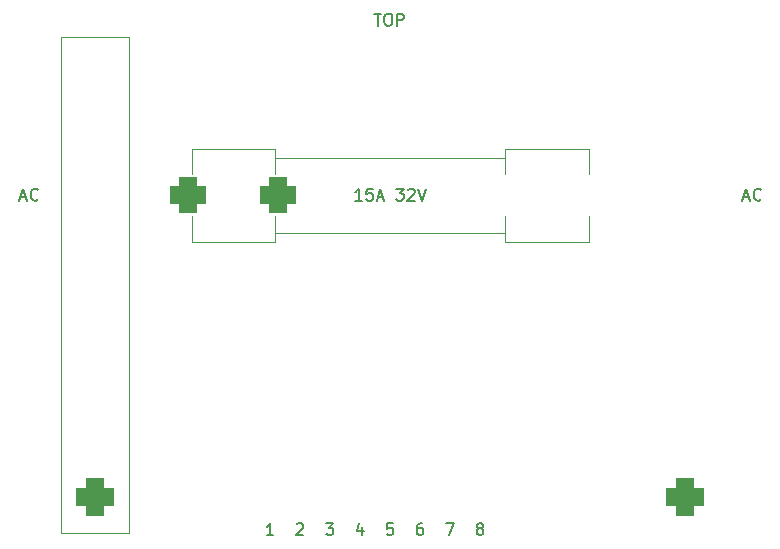
<source format=gto>
G04 #@! TF.GenerationSoftware,KiCad,Pcbnew,8.0.2*
G04 #@! TF.CreationDate,2024-05-30T20:37:43+12:00*
G04 #@! TF.ProjectId,PDP-FUSE,5044502d-4655-4534-952e-6b696361645f,rev?*
G04 #@! TF.SameCoordinates,Original*
G04 #@! TF.FileFunction,Legend,Top*
G04 #@! TF.FilePolarity,Positive*
%FSLAX46Y46*%
G04 Gerber Fmt 4.6, Leading zero omitted, Abs format (unit mm)*
G04 Created by KiCad (PCBNEW 8.0.2) date 2024-05-30 20:37:43*
%MOMM*%
%LPD*%
G01*
G04 APERTURE LIST*
G04 Aperture macros list*
%AMRoundRect*
0 Rectangle with rounded corners*
0 $1 Rounding radius*
0 $2 $3 $4 $5 $6 $7 $8 $9 X,Y pos of 4 corners*
0 Add a 4 corners polygon primitive as box body*
4,1,4,$2,$3,$4,$5,$6,$7,$8,$9,$2,$3,0*
0 Add four circle primitives for the rounded corners*
1,1,$1+$1,$2,$3*
1,1,$1+$1,$4,$5*
1,1,$1+$1,$6,$7*
1,1,$1+$1,$8,$9*
0 Add four rect primitives between the rounded corners*
20,1,$1+$1,$2,$3,$4,$5,0*
20,1,$1+$1,$4,$5,$6,$7,0*
20,1,$1+$1,$6,$7,$8,$9,0*
20,1,$1+$1,$8,$9,$2,$3,0*%
G04 Aperture macros list end*
%ADD10C,0.150000*%
%ADD11C,0.120000*%
%ADD12C,1.700000*%
%ADD13C,3.200000*%
%ADD14RoundRect,0.800000X0.800000X-0.800000X0.800000X0.800000X-0.800000X0.800000X-0.800000X-0.800000X0*%
%ADD15RoundRect,0.750000X-0.750000X-0.750000X0.750000X-0.750000X0.750000X0.750000X-0.750000X0.750000X0*%
%ADD16C,3.000000*%
%ADD17R,1.700000X1.700000*%
%ADD18O,1.700000X1.700000*%
G04 APERTURE END LIST*
D10*
X137658722Y-87007819D02*
X138230150Y-87007819D01*
X137944436Y-88007819D02*
X137944436Y-87007819D01*
X138753960Y-87007819D02*
X138944436Y-87007819D01*
X138944436Y-87007819D02*
X139039674Y-87055438D01*
X139039674Y-87055438D02*
X139134912Y-87150676D01*
X139134912Y-87150676D02*
X139182531Y-87341152D01*
X139182531Y-87341152D02*
X139182531Y-87674485D01*
X139182531Y-87674485D02*
X139134912Y-87864961D01*
X139134912Y-87864961D02*
X139039674Y-87960200D01*
X139039674Y-87960200D02*
X138944436Y-88007819D01*
X138944436Y-88007819D02*
X138753960Y-88007819D01*
X138753960Y-88007819D02*
X138658722Y-87960200D01*
X138658722Y-87960200D02*
X138563484Y-87864961D01*
X138563484Y-87864961D02*
X138515865Y-87674485D01*
X138515865Y-87674485D02*
X138515865Y-87341152D01*
X138515865Y-87341152D02*
X138563484Y-87150676D01*
X138563484Y-87150676D02*
X138658722Y-87055438D01*
X138658722Y-87055438D02*
X138753960Y-87007819D01*
X139611103Y-88007819D02*
X139611103Y-87007819D01*
X139611103Y-87007819D02*
X139992055Y-87007819D01*
X139992055Y-87007819D02*
X140087293Y-87055438D01*
X140087293Y-87055438D02*
X140134912Y-87103057D01*
X140134912Y-87103057D02*
X140182531Y-87198295D01*
X140182531Y-87198295D02*
X140182531Y-87341152D01*
X140182531Y-87341152D02*
X140134912Y-87436390D01*
X140134912Y-87436390D02*
X140087293Y-87484009D01*
X140087293Y-87484009D02*
X139992055Y-87531628D01*
X139992055Y-87531628D02*
X139611103Y-87531628D01*
X131094286Y-130233057D02*
X131141905Y-130185438D01*
X131141905Y-130185438D02*
X131237143Y-130137819D01*
X131237143Y-130137819D02*
X131475238Y-130137819D01*
X131475238Y-130137819D02*
X131570476Y-130185438D01*
X131570476Y-130185438D02*
X131618095Y-130233057D01*
X131618095Y-130233057D02*
X131665714Y-130328295D01*
X131665714Y-130328295D02*
X131665714Y-130423533D01*
X131665714Y-130423533D02*
X131618095Y-130566390D01*
X131618095Y-130566390D02*
X131046667Y-131137819D01*
X131046667Y-131137819D02*
X131665714Y-131137819D01*
X139238095Y-130137819D02*
X138761905Y-130137819D01*
X138761905Y-130137819D02*
X138714286Y-130614009D01*
X138714286Y-130614009D02*
X138761905Y-130566390D01*
X138761905Y-130566390D02*
X138857143Y-130518771D01*
X138857143Y-130518771D02*
X139095238Y-130518771D01*
X139095238Y-130518771D02*
X139190476Y-130566390D01*
X139190476Y-130566390D02*
X139238095Y-130614009D01*
X139238095Y-130614009D02*
X139285714Y-130709247D01*
X139285714Y-130709247D02*
X139285714Y-130947342D01*
X139285714Y-130947342D02*
X139238095Y-131042580D01*
X139238095Y-131042580D02*
X139190476Y-131090200D01*
X139190476Y-131090200D02*
X139095238Y-131137819D01*
X139095238Y-131137819D02*
X138857143Y-131137819D01*
X138857143Y-131137819D02*
X138761905Y-131090200D01*
X138761905Y-131090200D02*
X138714286Y-131042580D01*
X143746667Y-130137819D02*
X144413333Y-130137819D01*
X144413333Y-130137819D02*
X143984762Y-131137819D01*
X141730476Y-130137819D02*
X141540000Y-130137819D01*
X141540000Y-130137819D02*
X141444762Y-130185438D01*
X141444762Y-130185438D02*
X141397143Y-130233057D01*
X141397143Y-130233057D02*
X141301905Y-130375914D01*
X141301905Y-130375914D02*
X141254286Y-130566390D01*
X141254286Y-130566390D02*
X141254286Y-130947342D01*
X141254286Y-130947342D02*
X141301905Y-131042580D01*
X141301905Y-131042580D02*
X141349524Y-131090200D01*
X141349524Y-131090200D02*
X141444762Y-131137819D01*
X141444762Y-131137819D02*
X141635238Y-131137819D01*
X141635238Y-131137819D02*
X141730476Y-131090200D01*
X141730476Y-131090200D02*
X141778095Y-131042580D01*
X141778095Y-131042580D02*
X141825714Y-130947342D01*
X141825714Y-130947342D02*
X141825714Y-130709247D01*
X141825714Y-130709247D02*
X141778095Y-130614009D01*
X141778095Y-130614009D02*
X141730476Y-130566390D01*
X141730476Y-130566390D02*
X141635238Y-130518771D01*
X141635238Y-130518771D02*
X141444762Y-130518771D01*
X141444762Y-130518771D02*
X141349524Y-130566390D01*
X141349524Y-130566390D02*
X141301905Y-130614009D01*
X141301905Y-130614009D02*
X141254286Y-130709247D01*
X136650476Y-130471152D02*
X136650476Y-131137819D01*
X136412381Y-130090200D02*
X136174286Y-130804485D01*
X136174286Y-130804485D02*
X136793333Y-130804485D01*
X136619047Y-102816819D02*
X136047619Y-102816819D01*
X136333333Y-102816819D02*
X136333333Y-101816819D01*
X136333333Y-101816819D02*
X136238095Y-101959676D01*
X136238095Y-101959676D02*
X136142857Y-102054914D01*
X136142857Y-102054914D02*
X136047619Y-102102533D01*
X137523809Y-101816819D02*
X137047619Y-101816819D01*
X137047619Y-101816819D02*
X137000000Y-102293009D01*
X137000000Y-102293009D02*
X137047619Y-102245390D01*
X137047619Y-102245390D02*
X137142857Y-102197771D01*
X137142857Y-102197771D02*
X137380952Y-102197771D01*
X137380952Y-102197771D02*
X137476190Y-102245390D01*
X137476190Y-102245390D02*
X137523809Y-102293009D01*
X137523809Y-102293009D02*
X137571428Y-102388247D01*
X137571428Y-102388247D02*
X137571428Y-102626342D01*
X137571428Y-102626342D02*
X137523809Y-102721580D01*
X137523809Y-102721580D02*
X137476190Y-102769200D01*
X137476190Y-102769200D02*
X137380952Y-102816819D01*
X137380952Y-102816819D02*
X137142857Y-102816819D01*
X137142857Y-102816819D02*
X137047619Y-102769200D01*
X137047619Y-102769200D02*
X137000000Y-102721580D01*
X137952381Y-102531104D02*
X138428571Y-102531104D01*
X137857143Y-102816819D02*
X138190476Y-101816819D01*
X138190476Y-101816819D02*
X138523809Y-102816819D01*
X139523810Y-101816819D02*
X140142857Y-101816819D01*
X140142857Y-101816819D02*
X139809524Y-102197771D01*
X139809524Y-102197771D02*
X139952381Y-102197771D01*
X139952381Y-102197771D02*
X140047619Y-102245390D01*
X140047619Y-102245390D02*
X140095238Y-102293009D01*
X140095238Y-102293009D02*
X140142857Y-102388247D01*
X140142857Y-102388247D02*
X140142857Y-102626342D01*
X140142857Y-102626342D02*
X140095238Y-102721580D01*
X140095238Y-102721580D02*
X140047619Y-102769200D01*
X140047619Y-102769200D02*
X139952381Y-102816819D01*
X139952381Y-102816819D02*
X139666667Y-102816819D01*
X139666667Y-102816819D02*
X139571429Y-102769200D01*
X139571429Y-102769200D02*
X139523810Y-102721580D01*
X140523810Y-101912057D02*
X140571429Y-101864438D01*
X140571429Y-101864438D02*
X140666667Y-101816819D01*
X140666667Y-101816819D02*
X140904762Y-101816819D01*
X140904762Y-101816819D02*
X141000000Y-101864438D01*
X141000000Y-101864438D02*
X141047619Y-101912057D01*
X141047619Y-101912057D02*
X141095238Y-102007295D01*
X141095238Y-102007295D02*
X141095238Y-102102533D01*
X141095238Y-102102533D02*
X141047619Y-102245390D01*
X141047619Y-102245390D02*
X140476191Y-102816819D01*
X140476191Y-102816819D02*
X141095238Y-102816819D01*
X141380953Y-101816819D02*
X141714286Y-102816819D01*
X141714286Y-102816819D02*
X142047619Y-101816819D01*
X168933905Y-102531104D02*
X169410095Y-102531104D01*
X168838667Y-102816819D02*
X169172000Y-101816819D01*
X169172000Y-101816819D02*
X169505333Y-102816819D01*
X170410095Y-102721580D02*
X170362476Y-102769200D01*
X170362476Y-102769200D02*
X170219619Y-102816819D01*
X170219619Y-102816819D02*
X170124381Y-102816819D01*
X170124381Y-102816819D02*
X169981524Y-102769200D01*
X169981524Y-102769200D02*
X169886286Y-102673961D01*
X169886286Y-102673961D02*
X169838667Y-102578723D01*
X169838667Y-102578723D02*
X169791048Y-102388247D01*
X169791048Y-102388247D02*
X169791048Y-102245390D01*
X169791048Y-102245390D02*
X169838667Y-102054914D01*
X169838667Y-102054914D02*
X169886286Y-101959676D01*
X169886286Y-101959676D02*
X169981524Y-101864438D01*
X169981524Y-101864438D02*
X170124381Y-101816819D01*
X170124381Y-101816819D02*
X170219619Y-101816819D01*
X170219619Y-101816819D02*
X170362476Y-101864438D01*
X170362476Y-101864438D02*
X170410095Y-101912057D01*
X107719905Y-102531104D02*
X108196095Y-102531104D01*
X107624667Y-102816819D02*
X107958000Y-101816819D01*
X107958000Y-101816819D02*
X108291333Y-102816819D01*
X109196095Y-102721580D02*
X109148476Y-102769200D01*
X109148476Y-102769200D02*
X109005619Y-102816819D01*
X109005619Y-102816819D02*
X108910381Y-102816819D01*
X108910381Y-102816819D02*
X108767524Y-102769200D01*
X108767524Y-102769200D02*
X108672286Y-102673961D01*
X108672286Y-102673961D02*
X108624667Y-102578723D01*
X108624667Y-102578723D02*
X108577048Y-102388247D01*
X108577048Y-102388247D02*
X108577048Y-102245390D01*
X108577048Y-102245390D02*
X108624667Y-102054914D01*
X108624667Y-102054914D02*
X108672286Y-101959676D01*
X108672286Y-101959676D02*
X108767524Y-101864438D01*
X108767524Y-101864438D02*
X108910381Y-101816819D01*
X108910381Y-101816819D02*
X109005619Y-101816819D01*
X109005619Y-101816819D02*
X109148476Y-101864438D01*
X109148476Y-101864438D02*
X109196095Y-101912057D01*
X129125714Y-131137819D02*
X128554286Y-131137819D01*
X128840000Y-131137819D02*
X128840000Y-130137819D01*
X128840000Y-130137819D02*
X128744762Y-130280676D01*
X128744762Y-130280676D02*
X128649524Y-130375914D01*
X128649524Y-130375914D02*
X128554286Y-130423533D01*
X133586667Y-130137819D02*
X134205714Y-130137819D01*
X134205714Y-130137819D02*
X133872381Y-130518771D01*
X133872381Y-130518771D02*
X134015238Y-130518771D01*
X134015238Y-130518771D02*
X134110476Y-130566390D01*
X134110476Y-130566390D02*
X134158095Y-130614009D01*
X134158095Y-130614009D02*
X134205714Y-130709247D01*
X134205714Y-130709247D02*
X134205714Y-130947342D01*
X134205714Y-130947342D02*
X134158095Y-131042580D01*
X134158095Y-131042580D02*
X134110476Y-131090200D01*
X134110476Y-131090200D02*
X134015238Y-131137819D01*
X134015238Y-131137819D02*
X133729524Y-131137819D01*
X133729524Y-131137819D02*
X133634286Y-131090200D01*
X133634286Y-131090200D02*
X133586667Y-131042580D01*
X146524762Y-130566390D02*
X146429524Y-130518771D01*
X146429524Y-130518771D02*
X146381905Y-130471152D01*
X146381905Y-130471152D02*
X146334286Y-130375914D01*
X146334286Y-130375914D02*
X146334286Y-130328295D01*
X146334286Y-130328295D02*
X146381905Y-130233057D01*
X146381905Y-130233057D02*
X146429524Y-130185438D01*
X146429524Y-130185438D02*
X146524762Y-130137819D01*
X146524762Y-130137819D02*
X146715238Y-130137819D01*
X146715238Y-130137819D02*
X146810476Y-130185438D01*
X146810476Y-130185438D02*
X146858095Y-130233057D01*
X146858095Y-130233057D02*
X146905714Y-130328295D01*
X146905714Y-130328295D02*
X146905714Y-130375914D01*
X146905714Y-130375914D02*
X146858095Y-130471152D01*
X146858095Y-130471152D02*
X146810476Y-130518771D01*
X146810476Y-130518771D02*
X146715238Y-130566390D01*
X146715238Y-130566390D02*
X146524762Y-130566390D01*
X146524762Y-130566390D02*
X146429524Y-130614009D01*
X146429524Y-130614009D02*
X146381905Y-130661628D01*
X146381905Y-130661628D02*
X146334286Y-130756866D01*
X146334286Y-130756866D02*
X146334286Y-130947342D01*
X146334286Y-130947342D02*
X146381905Y-131042580D01*
X146381905Y-131042580D02*
X146429524Y-131090200D01*
X146429524Y-131090200D02*
X146524762Y-131137819D01*
X146524762Y-131137819D02*
X146715238Y-131137819D01*
X146715238Y-131137819D02*
X146810476Y-131090200D01*
X146810476Y-131090200D02*
X146858095Y-131042580D01*
X146858095Y-131042580D02*
X146905714Y-130947342D01*
X146905714Y-130947342D02*
X146905714Y-130756866D01*
X146905714Y-130756866D02*
X146858095Y-130661628D01*
X146858095Y-130661628D02*
X146810476Y-130614009D01*
X146810476Y-130614009D02*
X146715238Y-130566390D01*
D11*
X111100000Y-89000000D02*
X111100000Y-131000000D01*
X111100000Y-89000000D02*
X116900000Y-89000000D01*
X111100000Y-131000000D02*
X116900000Y-131000000D01*
X116900000Y-89000000D02*
X116900000Y-131000000D01*
X122195000Y-98427000D02*
X122195000Y-100612000D01*
X122195000Y-106297000D02*
X122195000Y-104112000D01*
X129260000Y-98427000D02*
X122195000Y-98427000D01*
X129260000Y-98427000D02*
X129260000Y-100612000D01*
X129260000Y-106297000D02*
X122195000Y-106297000D01*
X129260000Y-106297000D02*
X129260000Y-104112000D01*
X148740000Y-98427000D02*
X148740000Y-100612000D01*
X148740000Y-99187000D02*
X129260000Y-99187000D01*
X148740000Y-105537000D02*
X129260000Y-105537000D01*
X148740000Y-106297000D02*
X148740000Y-104112000D01*
X148740000Y-106297000D02*
X155850000Y-106297000D01*
X155850000Y-98427000D02*
X148740000Y-98427000D01*
X155850000Y-100612000D02*
X155850000Y-98427000D01*
X155850000Y-104112000D02*
X155850000Y-106297000D01*
%LPC*%
D12*
X144080000Y-134341000D02*
X144080000Y-132690000D01*
X146620000Y-134341000D02*
X146620000Y-132690000D01*
X131380000Y-134341000D02*
X131380000Y-132690000D01*
X136460000Y-134341000D02*
X136460000Y-132690000D01*
X141540000Y-134341000D02*
X141540000Y-132690000D01*
X139000000Y-134341000D02*
X139000000Y-132690000D01*
X128840000Y-134341000D02*
X128840000Y-132690000D01*
X133920000Y-134341000D02*
X133920000Y-132690000D01*
D13*
X109855000Y-87910000D03*
X168275000Y-132080000D03*
X158275000Y-87910000D03*
X158275000Y-132080000D03*
X119855000Y-132080000D03*
X119855000Y-87910000D03*
X109855000Y-132080000D03*
D14*
X114000000Y-127955000D03*
D13*
X114000000Y-122825000D03*
X114000000Y-117695000D03*
X114000000Y-112565000D03*
X114000000Y-107435000D03*
X114000000Y-102305000D03*
X114000000Y-97175000D03*
X114000000Y-92045000D03*
D15*
X121895000Y-102362000D03*
X129515000Y-102362000D03*
D16*
X148485000Y-102362000D03*
X156105000Y-102362000D03*
D13*
X168275000Y-87910000D03*
D17*
X128840000Y-132690000D03*
D18*
X131380000Y-132690000D03*
X133920000Y-132690000D03*
X136460000Y-132690000D03*
X139000000Y-132690000D03*
X141540000Y-132690000D03*
X144080000Y-132690000D03*
X146620000Y-132690000D03*
D14*
X164000000Y-127955000D03*
D13*
X164000000Y-122825000D03*
X164000000Y-117695000D03*
X164000000Y-112565000D03*
X164000000Y-107435000D03*
X164000000Y-102305000D03*
X164000000Y-97175000D03*
X164000000Y-92045000D03*
%LPD*%
M02*

</source>
